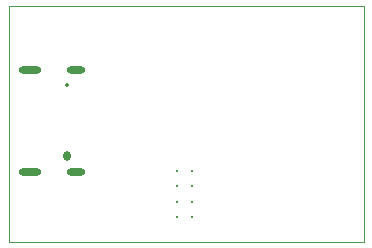
<source format=gbr>
%TF.GenerationSoftware,KiCad,Pcbnew,8.0.6*%
%TF.CreationDate,2025-10-07T13:26:46+02:00*%
%TF.ProjectId,PCB WLED Spec 7,50434220-574c-4454-9420-537065632037,rev?*%
%TF.SameCoordinates,Original*%
%TF.FileFunction,Profile,NP*%
%FSLAX46Y46*%
G04 Gerber Fmt 4.6, Leading zero omitted, Abs format (unit mm)*
G04 Created by KiCad (PCBNEW 8.0.6) date 2025-10-07 13:26:46*
%MOMM*%
%LPD*%
G01*
G04 APERTURE LIST*
%TA.AperFunction,Profile*%
%ADD10C,0.050000*%
%TD*%
%ADD11C,0.350000*%
%ADD12O,0.599999X0.849999*%
%ADD13O,1.600000X0.600000*%
%ADD14O,1.900000X0.600000*%
%ADD15C,0.200000*%
G04 APERTURE END LIST*
D10*
X180000000Y-70000000D02*
X210000000Y-70000000D01*
X210000000Y-90000000D01*
X180000000Y-90000000D01*
X180000000Y-70000000D01*
D11*
X184900000Y-76750000D03*
D12*
X184900000Y-82750000D03*
D13*
X185625000Y-75430000D03*
D14*
X181800000Y-75430000D03*
D13*
X185625000Y-84070000D03*
D14*
X181800000Y-84070000D03*
D15*
X194200000Y-84000000D03*
X195500000Y-84000000D03*
X194200000Y-85300000D03*
X195500000Y-85300000D03*
X194200000Y-86600000D03*
X195500000Y-86600000D03*
X194200000Y-87900000D03*
X195500000Y-87900000D03*
M02*

</source>
